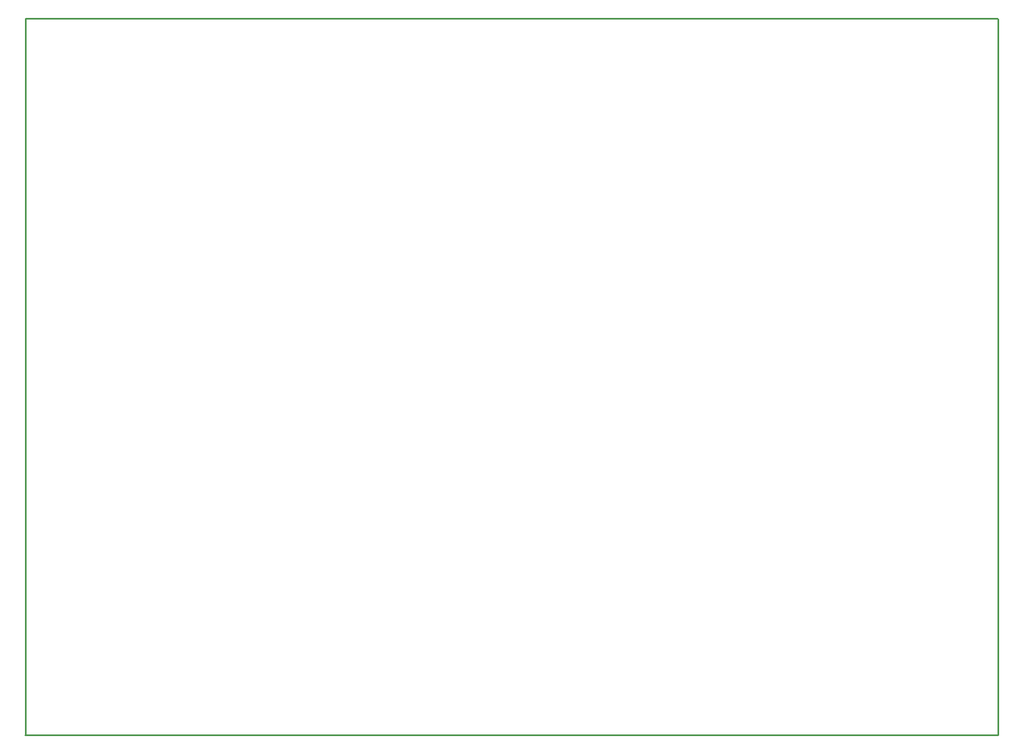
<source format=gm1>
%FSLAX25Y25*%
%MOIN*%
G70*
G01*
G75*
G04 Layer_Color=16711935*
%ADD10O,0.01378X0.06693*%
%ADD11R,0.06693X0.04331*%
%ADD12R,0.11811X0.04331*%
%ADD13R,0.35827X0.41929*%
%ADD14R,0.10236X0.04331*%
%ADD15R,0.04331X0.06693*%
%ADD16R,0.05512X0.03937*%
%ADD17R,0.05512X0.12795*%
%ADD18O,0.07087X0.02362*%
%ADD19O,0.02165X0.07874*%
%ADD20O,0.07874X0.02165*%
%ADD21O,0.02756X0.09843*%
%ADD22C,0.01000*%
%ADD23C,0.02000*%
%ADD24C,0.02953*%
%ADD25C,0.03937*%
%ADD26C,0.04000*%
%ADD27C,0.01969*%
%ADD28R,0.05906X0.05906*%
%ADD29C,0.05906*%
%ADD30C,0.05512*%
%ADD31R,0.05906X0.05906*%
%ADD32C,0.07874*%
%ADD33C,0.03937*%
%ADD34C,0.05000*%
%ADD35C,0.07543*%
G04:AMPARAMS|DCode=36|XSize=93.465mil|YSize=93.465mil|CornerRadius=0mil|HoleSize=0mil|Usage=FLASHONLY|Rotation=0.000|XOffset=0mil|YOffset=0mil|HoleType=Round|Shape=Relief|Width=10mil|Gap=10mil|Entries=4|*
%AMTHD36*
7,0,0,0.09347,0.07347,0.01000,45*
%
%ADD36THD36*%
%ADD37C,0.07347*%
%ADD38C,0.08921*%
%ADD39C,0.05969*%
G04:AMPARAMS|DCode=40|XSize=79.685mil|YSize=79.685mil|CornerRadius=0mil|HoleSize=0mil|Usage=FLASHONLY|Rotation=0.000|XOffset=0mil|YOffset=0mil|HoleType=Round|Shape=Relief|Width=10mil|Gap=10mil|Entries=4|*
%AMTHD40*
7,0,0,0.07969,0.05969,0.01000,45*
%
%ADD40THD40*%
%ADD41C,0.06800*%
G04:AMPARAMS|DCode=42|XSize=95.433mil|YSize=95.433mil|CornerRadius=0mil|HoleSize=0mil|Usage=FLASHONLY|Rotation=0.000|XOffset=0mil|YOffset=0mil|HoleType=Round|Shape=Relief|Width=10mil|Gap=10mil|Entries=4|*
%AMTHD42*
7,0,0,0.09543,0.07543,0.01000,45*
%
%ADD42THD42*%
%ADD43C,0.02913*%
%ADD44C,0.00984*%
%ADD45C,0.02362*%
%ADD46C,0.00787*%
%ADD47C,0.00800*%
%ADD48O,0.02178X0.07493*%
%ADD49R,0.07493X0.05131*%
%ADD50R,0.12611X0.05131*%
%ADD51R,0.36627X0.42729*%
%ADD52R,0.11036X0.05131*%
%ADD53R,0.05131X0.07493*%
%ADD54R,0.06312X0.04737*%
%ADD55R,0.06312X0.13595*%
%ADD56O,0.07887X0.03162*%
%ADD57O,0.02965X0.08674*%
%ADD58O,0.08674X0.02965*%
%ADD59O,0.03556X0.10642*%
%ADD60R,0.06706X0.06706*%
%ADD61C,0.06706*%
%ADD62C,0.06312*%
%ADD63R,0.06706X0.06706*%
%ADD64C,0.08674*%
%ADD65C,0.04737*%
%ADD66C,0.05800*%
D22*
X100400Y60000D02*
X100700Y60300D01*
Y499600D01*
X100400Y60000D02*
X697900D01*
X698000Y59900D01*
Y499100D01*
X697500Y499600D02*
X698000Y499100D01*
X100700Y499600D02*
X697500D01*
M02*

</source>
